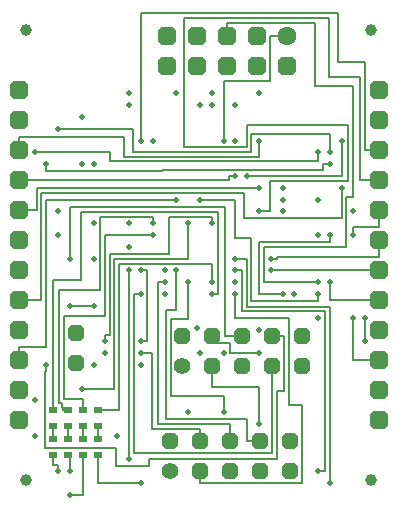
<source format=gtl>
%FSLAX44Y44*%
%MOMM*%
G71*
G01*
G75*
G04 Layer_Physical_Order=1*
G04 Layer_Color=255*
%ADD10R,0.8000X0.6000*%
%ADD11C,0.2000*%
G04:AMPARAMS|DCode=12|XSize=1.4mm|YSize=1.4mm|CornerRadius=0mm|HoleSize=0mm|Usage=FLASHONLY|Rotation=270.000|XOffset=0mm|YOffset=0mm|HoleType=Round|Shape=Octagon|*
%AMOCTAGOND12*
4,1,8,-0.3500,-0.7000,0.3500,-0.7000,0.7000,-0.3500,0.7000,0.3500,0.3500,0.7000,-0.3500,0.7000,-0.7000,0.3500,-0.7000,-0.3500,-0.3500,-0.7000,0.0*
%
%ADD12OCTAGOND12*%

G04:AMPARAMS|DCode=13|XSize=1.4mm|YSize=1.4mm|CornerRadius=0mm|HoleSize=0mm|Usage=FLASHONLY|Rotation=0.000|XOffset=0mm|YOffset=0mm|HoleType=Round|Shape=Octagon|*
%AMOCTAGOND13*
4,1,8,0.7000,-0.3500,0.7000,0.3500,0.3500,0.7000,-0.3500,0.7000,-0.7000,0.3500,-0.7000,-0.3500,-0.3500,-0.7000,0.3500,-0.7000,0.7000,-0.3500,0.0*
%
%ADD13OCTAGOND13*%

%ADD14C,1.4000*%
G04:AMPARAMS|DCode=15|XSize=1.6002mm|YSize=1.6002mm|CornerRadius=0mm|HoleSize=0mm|Usage=FLASHONLY|Rotation=270.000|XOffset=0mm|YOffset=0mm|HoleType=Round|Shape=Octagon|*
%AMOCTAGOND15*
4,1,8,-0.4001,-0.8001,0.4001,-0.8001,0.8001,-0.4001,0.8001,0.4001,0.4001,0.8001,-0.4001,0.8001,-0.8001,0.4001,-0.8001,-0.4001,-0.4001,-0.8001,0.0*
%
%ADD15OCTAGOND15*%

%ADD16C,1.0000*%
G04:AMPARAMS|DCode=17|XSize=1.6002mm|YSize=1.6002mm|CornerRadius=0mm|HoleSize=0mm|Usage=FLASHONLY|Rotation=180.000|XOffset=0mm|YOffset=0mm|HoleType=Round|Shape=Octagon|*
%AMOCTAGOND17*
4,1,8,-0.8001,0.4001,-0.8001,-0.4001,-0.4001,-0.8001,0.4001,-0.8001,0.8001,-0.4001,0.8001,0.4001,0.4001,0.8001,-0.4001,0.8001,-0.8001,0.4001,0.0*
%
%ADD17OCTAGOND17*%

%ADD18C,1.6002*%
%ADD19C,0.5000*%
D10*
X41910Y59944D02*
D03*
Y46482D02*
D03*
X54610Y59944D02*
D03*
Y46482D02*
D03*
X80010Y59944D02*
D03*
Y46482D02*
D03*
X67310Y59944D02*
D03*
Y46482D02*
D03*
X41910Y84074D02*
D03*
Y70612D02*
D03*
X54610Y84074D02*
D03*
Y70612D02*
D03*
X80010Y84074D02*
D03*
Y70612D02*
D03*
X67310Y84074D02*
D03*
Y70612D02*
D03*
D11*
X189230Y401320D02*
Y412331D01*
X263058D01*
Y358753D02*
Y412331D01*
Y358753D02*
X295558D01*
Y265053D02*
Y358753D01*
X289958Y265053D02*
X295558D01*
X289958Y222253D02*
Y265053D01*
X220459Y222253D02*
X289958D01*
X220459Y192553D02*
Y222253D01*
Y192553D02*
X265958D01*
X305958Y142553D02*
Y162553D01*
X265958Y177053D02*
Y182553D01*
X209559Y177053D02*
X265958D01*
X209559D02*
Y230053D01*
X195559D02*
X209559D01*
X195559D02*
Y262553D01*
X165959D02*
X195559D01*
X41910Y59944D02*
Y70612D01*
X54610Y59944D02*
Y70612D01*
X80010Y59944D02*
Y70612D01*
X67310Y59944D02*
Y70612D01*
X41910Y84074D02*
Y194153D01*
X65459D01*
Y252084D01*
X181459D01*
Y182553D02*
Y252084D01*
X175959Y182553D02*
X181459D01*
X49659Y84074D02*
X54610D01*
X49659D02*
Y87153D01*
X48959D02*
X49659D01*
X48959D02*
Y90090D01*
X46859D02*
X48959D01*
X46859D02*
Y186053D01*
X81459D01*
Y248053D01*
X125959D01*
Y242553D02*
Y248053D01*
X80010Y84074D02*
X97559D01*
Y208053D01*
X175959D01*
Y192553D02*
Y208053D01*
X67310Y84074D02*
Y94153D01*
X50959D02*
X67310D01*
X50959D02*
Y163953D01*
X85459D01*
Y232553D01*
X125959D01*
X54610Y46482D02*
X55959D01*
Y32553D02*
Y46482D01*
X41910Y38053D02*
Y46482D01*
Y38053D02*
X45959D01*
Y32553D02*
Y38053D01*
X67310Y12553D02*
Y46482D01*
X55959Y12553D02*
X67310D01*
X80010Y22553D02*
Y46482D01*
Y22553D02*
X115959D01*
X225659Y401320D02*
X240030D01*
X225659Y362753D02*
Y401320D01*
X185959Y362753D02*
X225659D01*
X185959Y312553D02*
Y362753D01*
X176530Y141321D02*
Y147320D01*
Y141321D02*
X191469D01*
Y132553D02*
Y141321D01*
Y132553D02*
X215959D01*
X115959Y202553D02*
X121465D01*
Y142553D02*
Y202553D01*
X115959Y142553D02*
X121465D01*
X187559Y147320D02*
X201930D01*
X187559D02*
Y256153D01*
X55959D02*
X187559D01*
X55959Y212553D02*
Y256153D01*
X227330Y147320D02*
X237358D01*
Y100453D02*
Y147320D01*
X231259Y100453D02*
X237358D01*
X231259Y43053D02*
Y100453D01*
X122459Y43053D02*
X231259D01*
X122459Y37053D02*
Y43053D01*
X95059Y37053D02*
X122459D01*
X95059D02*
Y52553D01*
X34859D02*
X95059D01*
X34859D02*
Y117053D01*
X35959D01*
Y122553D01*
X55959Y172553D02*
X75959D01*
X227258Y121920D02*
X227330D01*
X227258Y48353D02*
Y121920D01*
X110459Y48353D02*
X227258D01*
X110459D02*
Y182553D01*
X115959D01*
X176530Y104053D02*
Y121920D01*
Y104053D02*
X215959D01*
Y72553D02*
Y104053D01*
X166370Y58420D02*
Y68453D01*
X125459D02*
X166370D01*
X125459D02*
Y132553D01*
X115959D02*
X125459D01*
X191770Y58420D02*
Y72453D01*
X130459D02*
X191770D01*
X130459D02*
Y192553D01*
X135959D01*
X205859Y58420D02*
X217170D01*
X205859D02*
Y76453D01*
X137059D02*
X205859D01*
X137059D02*
Y169353D01*
X145959D01*
Y202553D01*
X155959Y161353D02*
Y192553D01*
X141114Y161353D02*
X155959D01*
X141114Y96053D02*
Y161353D01*
Y96053D02*
X185959D01*
Y82553D02*
Y96053D01*
X105959Y42553D02*
Y202553D01*
X195959Y212553D02*
X205459D01*
Y172053D02*
Y212553D01*
Y172053D02*
X275958D01*
Y22553D02*
Y172053D01*
X195959Y202553D02*
X201459D01*
Y168053D02*
Y202553D01*
Y168053D02*
X271458D01*
Y32553D02*
Y168053D01*
X265958Y32553D02*
X271458D01*
X166370Y22953D02*
Y33020D01*
Y22953D02*
X252659D01*
Y88453D01*
X241359D02*
X252659D01*
X241359D02*
Y162053D01*
X195959D02*
X241359D01*
X195959D02*
Y182553D01*
X305458Y304800D02*
X317500D01*
X305458D02*
Y378753D01*
X283058D02*
X305458D01*
X283058D02*
Y420352D01*
X115959D02*
X283058D01*
X115959Y312553D02*
Y420352D01*
X301458Y279400D02*
X317500D01*
X301458D02*
Y366753D01*
X275058D02*
X301458D01*
X275058D02*
Y416353D01*
X152759D02*
X275058D01*
X152759Y307053D02*
Y416353D01*
Y307053D02*
X205459D01*
Y326053D01*
X291458D01*
Y278053D02*
Y326053D01*
X225459Y278053D02*
X291458D01*
X225459Y252553D02*
Y278053D01*
X215959Y252553D02*
X225459D01*
X317500Y239653D02*
Y254000D01*
X295958Y239653D02*
X317500D01*
X295958Y232553D02*
Y239653D01*
X216359Y182553D02*
X235958D01*
X216359D02*
Y226253D01*
X275958D01*
Y232553D01*
X317500Y214253D02*
Y228600D01*
X231458Y214253D02*
X317500D01*
X231458Y212553D02*
Y214253D01*
X225959Y212553D02*
X231458D01*
X317500Y202553D02*
Y203200D01*
X225959Y202553D02*
X317500D01*
X275958Y177800D02*
X317500D01*
X275958D02*
Y192553D01*
X295958Y127000D02*
X317500D01*
X295958D02*
Y162553D01*
X175959Y242553D02*
Y248053D01*
X139459D02*
X175959D01*
X139459Y216153D02*
Y248053D01*
X89502Y216153D02*
X139459D01*
X89502Y148053D02*
Y216153D01*
X85959Y148053D02*
X89502D01*
X85959Y142553D02*
Y148053D01*
X155959Y212053D02*
Y242553D01*
X93559Y212053D02*
X155959D01*
X93559Y102553D02*
Y212053D01*
X65959Y102553D02*
X93559D01*
X12700Y127000D02*
Y138053D01*
X35759D01*
Y262553D01*
X145959D01*
X285958Y282553D02*
Y312553D01*
X205959Y282553D02*
X285958D01*
X275958Y302553D02*
Y318053D01*
X209559D02*
X275958D01*
X209559Y302953D02*
Y318053D01*
X109459Y302953D02*
X209559D01*
X109459D02*
Y322553D01*
X45959D02*
X109459D01*
X12700Y177800D02*
X31759D01*
Y268053D01*
X203559D01*
Y247053D02*
Y268053D01*
Y247053D02*
X285958D01*
Y272553D01*
X270459Y292553D02*
X275958D01*
X270459Y288053D02*
Y292553D01*
X133459Y288053D02*
X270459D01*
X133459Y287053D02*
Y288053D01*
X35959Y287053D02*
X133459D01*
X35959D02*
Y292553D01*
X265958Y294953D02*
Y302553D01*
X89459Y294953D02*
X265958D01*
X89459D02*
Y302553D01*
X25959D02*
X89459D01*
X12700Y254000D02*
X27759D01*
Y272553D01*
X215959D01*
X12700Y279400D02*
X190459D01*
Y282553D01*
X195959D01*
X12700Y304800D02*
Y315853D01*
X101459D01*
Y298953D02*
Y315853D01*
Y298953D02*
X215959D01*
Y312553D01*
D12*
X60960Y124460D02*
D03*
Y149860D02*
D03*
D13*
X242570Y58420D02*
D03*
Y33020D02*
D03*
X217170Y58420D02*
D03*
Y33020D02*
D03*
X191770Y58420D02*
D03*
Y33020D02*
D03*
X166370Y58420D02*
D03*
Y33020D02*
D03*
X140970Y58420D02*
D03*
X252730Y147320D02*
D03*
Y121920D02*
D03*
X227330Y147320D02*
D03*
Y121920D02*
D03*
X201930Y147320D02*
D03*
Y121920D02*
D03*
X176530Y147320D02*
D03*
Y121920D02*
D03*
X151130Y147320D02*
D03*
D14*
X140970Y33020D02*
D03*
X151130Y121920D02*
D03*
D15*
X317500Y76200D02*
D03*
Y101600D02*
D03*
Y127000D02*
D03*
Y152400D02*
D03*
Y177800D02*
D03*
Y203200D02*
D03*
Y228600D02*
D03*
Y254000D02*
D03*
Y279400D02*
D03*
Y304800D02*
D03*
Y330200D02*
D03*
Y355600D02*
D03*
X12700Y76200D02*
D03*
Y101600D02*
D03*
Y127000D02*
D03*
Y152400D02*
D03*
Y177800D02*
D03*
Y203200D02*
D03*
Y228600D02*
D03*
Y254000D02*
D03*
Y279400D02*
D03*
Y304800D02*
D03*
Y330200D02*
D03*
Y355600D02*
D03*
D16*
X311150Y406400D02*
D03*
X19050D02*
D03*
X310896Y25400D02*
D03*
X19050D02*
D03*
D17*
X138430Y375920D02*
D03*
Y401320D02*
D03*
X163830Y375920D02*
D03*
Y401320D02*
D03*
X189230Y375920D02*
D03*
Y401320D02*
D03*
X214630Y375920D02*
D03*
Y401320D02*
D03*
X240030Y375920D02*
D03*
D18*
Y401320D02*
D03*
D19*
X163830Y153670D02*
D03*
X265958Y192553D02*
D03*
X305958Y162553D02*
D03*
Y142553D02*
D03*
X165959Y262553D02*
D03*
X265958Y182553D02*
D03*
X175959D02*
D03*
X125959Y242553D02*
D03*
X175959Y192553D02*
D03*
X125959Y232553D02*
D03*
X165959Y342553D02*
D03*
X235958Y262553D02*
D03*
X265958D02*
D03*
X195959Y312553D02*
D03*
X105959Y342553D02*
D03*
X215959Y152553D02*
D03*
X135959Y202553D02*
D03*
X75959Y292553D02*
D03*
X185959Y132553D02*
D03*
X265958Y162553D02*
D03*
X45959Y252553D02*
D03*
X85959Y132553D02*
D03*
X155959Y82553D02*
D03*
X45959Y232553D02*
D03*
X55959Y32553D02*
D03*
X25959Y62553D02*
D03*
X175959Y352553D02*
D03*
X105959D02*
D03*
X295958Y252553D02*
D03*
X45959Y32553D02*
D03*
X65959Y292553D02*
D03*
X115959Y122553D02*
D03*
X55959Y12553D02*
D03*
X115959Y22553D02*
D03*
X185959Y312553D02*
D03*
X215959Y132553D02*
D03*
X115959Y142553D02*
D03*
Y202553D02*
D03*
X55959Y212553D02*
D03*
X35959Y122553D02*
D03*
X75959Y172553D02*
D03*
X55959D02*
D03*
X115959Y182553D02*
D03*
X215959Y72553D02*
D03*
X115959Y132553D02*
D03*
X135959Y192553D02*
D03*
X145959Y202553D02*
D03*
X185959Y82553D02*
D03*
X155959Y192553D02*
D03*
X105959Y42553D02*
D03*
Y202553D02*
D03*
X275958Y22553D02*
D03*
X195959Y212553D02*
D03*
X265958Y32553D02*
D03*
X195959Y202553D02*
D03*
Y182553D02*
D03*
X115959Y312553D02*
D03*
X215959Y252553D02*
D03*
X295958Y232553D02*
D03*
X275958D02*
D03*
X235958Y182553D02*
D03*
X225959Y212553D02*
D03*
Y202553D02*
D03*
X275958Y192553D02*
D03*
X295958Y162553D02*
D03*
X85959Y142553D02*
D03*
X175959Y242553D02*
D03*
X65959Y102553D02*
D03*
X155959Y242553D02*
D03*
X145959Y262553D02*
D03*
X205959Y282553D02*
D03*
X285958Y312553D02*
D03*
X45959Y322553D02*
D03*
X275958Y302553D02*
D03*
X285958Y272553D02*
D03*
X35959Y292553D02*
D03*
X275958D02*
D03*
X25959Y302553D02*
D03*
X265958D02*
D03*
X135959Y182553D02*
D03*
X175959Y342553D02*
D03*
X195959D02*
D03*
X235958Y252553D02*
D03*
Y272553D02*
D03*
X125959Y312553D02*
D03*
X105959Y222553D02*
D03*
Y242553D02*
D03*
X195959Y192553D02*
D03*
X95959Y62553D02*
D03*
X65959Y332553D02*
D03*
X75959Y242553D02*
D03*
X145959Y352553D02*
D03*
X215959D02*
D03*
X265958Y232553D02*
D03*
X75959Y212553D02*
D03*
X245958Y182553D02*
D03*
X75959Y122553D02*
D03*
X25959Y92553D02*
D03*
X165959Y132553D02*
D03*
X215959Y272553D02*
D03*
X195959Y282553D02*
D03*
X215959Y312553D02*
D03*
M02*

</source>
